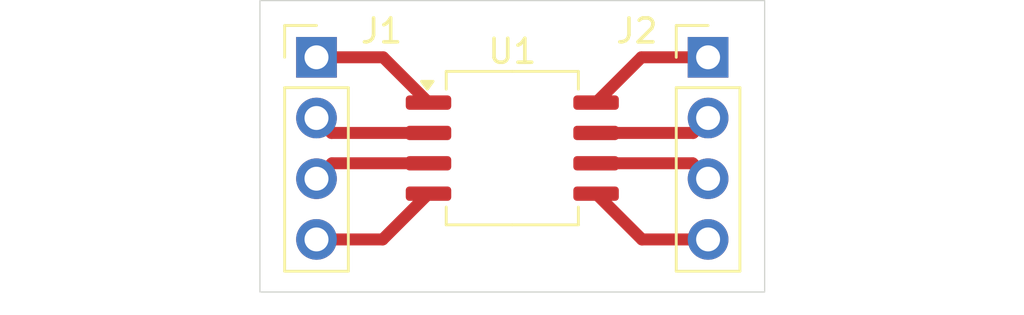
<source format=kicad_pcb>
(kicad_pcb (version 20240108) (generator "pcbnew") (generator_version "8.0")
  (layers (0 "F.Cu" signal) (31 "B.Cu" signal) (34 "B.Paste" user) (35 "F.Paste" user) (36 "B.SilkS" user "B.Silkscreen") (37 "F.SilkS" user "F.Silkscreen") (38 "B.Mask" user) (39 "F.Mask" user) (44 "Edge.Cuts" user))
  (net 0 "")
  (footprint "Package_SO:SO-8_5.3x6.2mm_P1.27mm" (layer "F.Cu") (at 143.637 88.9762)
    (property "Reference" "U1" (at 0 -4.05 0) (layer "F.SilkS"))
    (property "Value" "SO-8_5.3x6.2mm_P1.27mm")
    (fp_line (start -2.76 -3.21) (end -2.76 -2.465) (stroke (width 0.12)) (layer "F.SilkS"))
    (fp_line (start -2.76 3.21) (end -2.76 2.465) (stroke (width 0.12)) (layer "F.SilkS"))
    (fp_line (start 0 -3.21) (end -2.76 -3.21) (stroke (width 0.12)) (layer "F.SilkS"))
    (fp_line (start 0 -3.21) (end 2.76 -3.21) (stroke (width 0.12)) (layer "F.SilkS"))
    (fp_line (start 0 3.21) (end -2.76 3.21) (stroke (width 0.12)) (layer "F.SilkS"))
    (fp_line (start 0 3.21) (end 2.76 3.21) (stroke (width 0.12)) (layer "F.SilkS"))
    (fp_line (start 2.76 -3.21) (end 2.76 -2.465) (stroke (width 0.12)) (layer "F.SilkS"))
    (fp_line (start 2.76 3.21) (end 2.76 2.465) (stroke (width 0.12)) (layer "F.SilkS"))
    (fp_poly (pts (xy -3.55 -2.465) (xy -3.79 -2.795) (xy -3.31 -2.795) (xy -3.55 -2.465)) (stroke (width 0.12)) (fill solid) (layer "F.SilkS"))
    (pad "1" smd roundrect (at -3.5 -1.905) (size 1.9 0.6) (layers "F.Cu" "F.Paste" "F.Mask"))
    (pad "2" smd roundrect (at -3.5 -0.635) (size 1.9 0.6) (layers "F.Cu" "F.Paste" "F.Mask"))
    (pad "3" smd roundrect (at -3.5 0.635) (size 1.9 0.6) (layers "F.Cu" "F.Paste" "F.Mask"))
    (pad "4" smd roundrect (at -3.5 1.905) (size 1.9 0.6) (layers "F.Cu" "F.Paste" "F.Mask"))
    (pad "5" smd roundrect (at 3.5 1.905) (size 1.9 0.6) (layers "F.Cu" "F.Paste" "F.Mask"))
    (pad "6" smd roundrect (at 3.5 0.635) (size 1.9 0.6) (layers "F.Cu" "F.Paste" "F.Mask"))
    (pad "7" smd roundrect (at 3.5 -0.635) (size 1.9 0.6) (layers "F.Cu" "F.Paste" "F.Mask"))
    (pad "8" smd roundrect (at 3.5 -1.905) (size 1.9 0.6) (layers "F.Cu" "F.Paste" "F.Mask"))
  )
  (footprint "Connector_PinHeader_2.54mm:PinHeader_1x04_P2.54mm_Vertical" (layer "F.Cu") (at 135.4582 85.1762)
    (property "Reference" "J1" (at 2.7178 -1.1022 0) (layer "F.SilkS"))
    (property "Value" "PinHeader_1x04_P2.54mm_Vertical")
    (fp_line (start -1.33 -1.33) (end 0 -1.33) (stroke (width 0.12)) (layer "F.SilkS"))
    (fp_line (start -1.33 0) (end -1.33 -1.33) (stroke (width 0.12)) (layer "F.SilkS"))
    (fp_line (start -1.33 1.27) (end -1.33 8.95) (stroke (width 0.12)) (layer "F.SilkS"))
    (fp_line (start -1.33 1.27) (end 1.33 1.27) (stroke (width 0.12)) (layer "F.SilkS"))
    (fp_line (start -1.33 8.95) (end 1.33 8.95) (stroke (width 0.12)) (layer "F.SilkS"))
    (fp_line (start 1.33 1.27) (end 1.33 8.95) (stroke (width 0.12)) (layer "F.SilkS"))
    (pad "1" thru_hole rect (at 0 0) (size 1.7 1.7) (drill 1) (layers "*.Cu" "*.Mask"))
    (pad "2" thru_hole oval (at 0 2.54) (size 1.7 1.7) (drill 1) (layers "*.Cu" "*.Mask"))
    (pad "3" thru_hole oval (at 0 5.08) (size 1.7 1.7) (drill 1) (layers "*.Cu" "*.Mask"))
    (pad "4" thru_hole oval (at 0 7.62) (size 1.7 1.7) (drill 1) (layers "*.Cu" "*.Mask"))
  )
  (footprint "Connector_PinHeader_2.54mm:PinHeader_1x04_P2.54mm_Vertical" (layer "F.Cu") (at 151.8158 85.1762)
    (property "Reference" "J2" (at -2.9718 -1.1022 0) (layer "F.SilkS"))
    (property "Value" "PinHeader_1x04_P2.54mm_Vertical")
    (fp_line (start -1.33 -1.33) (end 0 -1.33) (stroke (width 0.12)) (layer "F.SilkS"))
    (fp_line (start -1.33 0) (end -1.33 -1.33) (stroke (width 0.12)) (layer "F.SilkS"))
    (fp_line (start -1.33 1.27) (end -1.33 8.95) (stroke (width 0.12)) (layer "F.SilkS"))
    (fp_line (start -1.33 1.27) (end 1.33 1.27) (stroke (width 0.12)) (layer "F.SilkS"))
    (fp_line (start -1.33 8.95) (end 1.33 8.95) (stroke (width 0.12)) (layer "F.SilkS"))
    (fp_line (start 1.33 1.27) (end 1.33 8.95) (stroke (width 0.12)) (layer "F.SilkS"))
    (pad "1" thru_hole rect (at 0 0) (size 1.7 1.7) (drill 1) (layers "*.Cu" "*.Mask"))
    (pad "2" thru_hole oval (at 0 2.54) (size 1.7 1.7) (drill 1) (layers "*.Cu" "*.Mask"))
    (pad "3" thru_hole oval (at 0 5.08) (size 1.7 1.7) (drill 1) (layers "*.Cu" "*.Mask"))
    (pad "4" thru_hole oval (at 0 7.62) (size 1.7 1.7) (drill 1) (layers "*.Cu" "*.Mask"))
  )
  (gr_rect (start 133.096 82.804) (end 154.178 94.996) (stroke (width 0.05)) (fill none) (layer "Edge.Cuts"))
  (segment (start 140.137 89.6112) (end 136.1032 89.6112) (width 0.5) (layer "F.Cu") (net 0))
  (segment (start 136.1032 89.6112) (end 135.4582 90.2562) (width 0.5) (layer "F.Cu") (net 0))
  (segment (start 149.032 85.1762) (end 151.8158 85.1762) (width 0.5) (layer "F.Cu") (net 0))
  (segment (start 149.052 92.7962) (end 151.8158 92.7962) (width 0.5) (layer "F.Cu") (net 0))
  (segment (start 140.137 90.8812) (end 138.222 92.7962) (width 0.5) (layer "F.Cu") (net 0))
  (segment (start 151.1708 89.6112) (end 151.8158 90.2562) (width 0.5) (layer "F.Cu") (net 0))
  (segment (start 138.242 85.1762) (end 135.4582 85.1762) (width 0.5) (layer "F.Cu") (net 0))
  (segment (start 147.137 88.3412) (end 151.1908 88.3412) (width 0.5) (layer "F.Cu") (net 0))
  (segment (start 140.137 88.3412) (end 136.0832 88.3412) (width 0.5) (layer "F.Cu") (net 0))
  (segment (start 138.222 92.7962) (end 135.4582 92.7962) (width 0.5) (layer "F.Cu") (net 0))
  (segment (start 140.137 87.0712) (end 138.242 85.1762) (width 0.5) (layer "F.Cu") (net 0))
  (segment (start 147.137 89.6112) (end 151.1708 89.6112) (width 0.5) (layer "F.Cu") (net 0))
  (segment (start 136.0832 88.3412) (end 135.4582 87.7162) (width 0.5) (layer "F.Cu") (net 0))
  (segment (start 147.137 87.0712) (end 149.032 85.1762) (width 0.5) (layer "F.Cu") (net 0))
  (segment (start 147.137 90.8812) (end 149.052 92.7962) (width 0.5) (layer "F.Cu") (net 0))
  (segment (start 151.1908 88.3412) (end 151.8158 87.7162) (width 0.5) (layer "F.Cu") (net 0))
)
</source>
